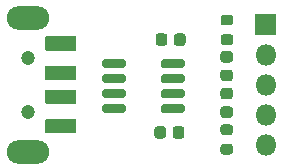
<source format=gbr>
%TF.GenerationSoftware,KiCad,Pcbnew,(5.1.10)-1*%
%TF.CreationDate,2021-10-08T00:02:28+08:00*%
%TF.ProjectId,Usb-ttl,5573622d-7474-46c2-9e6b-696361645f70,rev?*%
%TF.SameCoordinates,Original*%
%TF.FileFunction,Soldermask,Top*%
%TF.FilePolarity,Negative*%
%FSLAX46Y46*%
G04 Gerber Fmt 4.6, Leading zero omitted, Abs format (unit mm)*
G04 Created by KiCad (PCBNEW (5.1.10)-1) date 2021-10-08 00:02:28*
%MOMM*%
%LPD*%
G01*
G04 APERTURE LIST*
%ADD10O,1.800000X1.800000*%
%ADD11O,3.600000X2.000000*%
%ADD12C,1.200000*%
G04 APERTURE END LIST*
%TO.C,D2*%
G36*
G01*
X119981250Y-90112500D02*
X119418750Y-90112500D01*
G75*
G02*
X119175000Y-89868750I0J243750D01*
G01*
X119175000Y-89381250D01*
G75*
G02*
X119418750Y-89137500I243750J0D01*
G01*
X119981250Y-89137500D01*
G75*
G02*
X120225000Y-89381250I0J-243750D01*
G01*
X120225000Y-89868750D01*
G75*
G02*
X119981250Y-90112500I-243750J0D01*
G01*
G37*
G36*
G01*
X119981250Y-91687500D02*
X119418750Y-91687500D01*
G75*
G02*
X119175000Y-91443750I0J243750D01*
G01*
X119175000Y-90956250D01*
G75*
G02*
X119418750Y-90712500I243750J0D01*
G01*
X119981250Y-90712500D01*
G75*
G02*
X120225000Y-90956250I0J-243750D01*
G01*
X120225000Y-91443750D01*
G75*
G02*
X119981250Y-91687500I-243750J0D01*
G01*
G37*
%TD*%
%TO.C,D1*%
G36*
G01*
X119418750Y-92250000D02*
X119981250Y-92250000D01*
G75*
G02*
X120225000Y-92493750I0J-243750D01*
G01*
X120225000Y-92981250D01*
G75*
G02*
X119981250Y-93225000I-243750J0D01*
G01*
X119418750Y-93225000D01*
G75*
G02*
X119175000Y-92981250I0J243750D01*
G01*
X119175000Y-92493750D01*
G75*
G02*
X119418750Y-92250000I243750J0D01*
G01*
G37*
G36*
G01*
X119418750Y-93825000D02*
X119981250Y-93825000D01*
G75*
G02*
X120225000Y-94068750I0J-243750D01*
G01*
X120225000Y-94556250D01*
G75*
G02*
X119981250Y-94800000I-243750J0D01*
G01*
X119418750Y-94800000D01*
G75*
G02*
X119175000Y-94556250I0J243750D01*
G01*
X119175000Y-94068750D01*
G75*
G02*
X119418750Y-93825000I243750J0D01*
G01*
G37*
%TD*%
%TO.C,U1*%
G36*
G01*
X109150000Y-90370000D02*
X109150000Y-90020000D01*
G75*
G02*
X109325000Y-89845000I175000J0D01*
G01*
X111025000Y-89845000D01*
G75*
G02*
X111200000Y-90020000I0J-175000D01*
G01*
X111200000Y-90370000D01*
G75*
G02*
X111025000Y-90545000I-175000J0D01*
G01*
X109325000Y-90545000D01*
G75*
G02*
X109150000Y-90370000I0J175000D01*
G01*
G37*
G36*
G01*
X109150000Y-91640000D02*
X109150000Y-91290000D01*
G75*
G02*
X109325000Y-91115000I175000J0D01*
G01*
X111025000Y-91115000D01*
G75*
G02*
X111200000Y-91290000I0J-175000D01*
G01*
X111200000Y-91640000D01*
G75*
G02*
X111025000Y-91815000I-175000J0D01*
G01*
X109325000Y-91815000D01*
G75*
G02*
X109150000Y-91640000I0J175000D01*
G01*
G37*
G36*
G01*
X109150000Y-92910000D02*
X109150000Y-92560000D01*
G75*
G02*
X109325000Y-92385000I175000J0D01*
G01*
X111025000Y-92385000D01*
G75*
G02*
X111200000Y-92560000I0J-175000D01*
G01*
X111200000Y-92910000D01*
G75*
G02*
X111025000Y-93085000I-175000J0D01*
G01*
X109325000Y-93085000D01*
G75*
G02*
X109150000Y-92910000I0J175000D01*
G01*
G37*
G36*
G01*
X109150000Y-94180000D02*
X109150000Y-93830000D01*
G75*
G02*
X109325000Y-93655000I175000J0D01*
G01*
X111025000Y-93655000D01*
G75*
G02*
X111200000Y-93830000I0J-175000D01*
G01*
X111200000Y-94180000D01*
G75*
G02*
X111025000Y-94355000I-175000J0D01*
G01*
X109325000Y-94355000D01*
G75*
G02*
X109150000Y-94180000I0J175000D01*
G01*
G37*
G36*
G01*
X114100000Y-94180000D02*
X114100000Y-93830000D01*
G75*
G02*
X114275000Y-93655000I175000J0D01*
G01*
X115975000Y-93655000D01*
G75*
G02*
X116150000Y-93830000I0J-175000D01*
G01*
X116150000Y-94180000D01*
G75*
G02*
X115975000Y-94355000I-175000J0D01*
G01*
X114275000Y-94355000D01*
G75*
G02*
X114100000Y-94180000I0J175000D01*
G01*
G37*
G36*
G01*
X114100000Y-92910000D02*
X114100000Y-92560000D01*
G75*
G02*
X114275000Y-92385000I175000J0D01*
G01*
X115975000Y-92385000D01*
G75*
G02*
X116150000Y-92560000I0J-175000D01*
G01*
X116150000Y-92910000D01*
G75*
G02*
X115975000Y-93085000I-175000J0D01*
G01*
X114275000Y-93085000D01*
G75*
G02*
X114100000Y-92910000I0J175000D01*
G01*
G37*
G36*
G01*
X114100000Y-91640000D02*
X114100000Y-91290000D01*
G75*
G02*
X114275000Y-91115000I175000J0D01*
G01*
X115975000Y-91115000D01*
G75*
G02*
X116150000Y-91290000I0J-175000D01*
G01*
X116150000Y-91640000D01*
G75*
G02*
X115975000Y-91815000I-175000J0D01*
G01*
X114275000Y-91815000D01*
G75*
G02*
X114100000Y-91640000I0J175000D01*
G01*
G37*
G36*
G01*
X114100000Y-90370000D02*
X114100000Y-90020000D01*
G75*
G02*
X114275000Y-89845000I175000J0D01*
G01*
X115975000Y-89845000D01*
G75*
G02*
X116150000Y-90020000I0J-175000D01*
G01*
X116150000Y-90370000D01*
G75*
G02*
X115975000Y-90545000I-175000J0D01*
G01*
X114275000Y-90545000D01*
G75*
G02*
X114100000Y-90370000I0J175000D01*
G01*
G37*
%TD*%
%TO.C,R2*%
G36*
G01*
X119425000Y-87725000D02*
X120025000Y-87725000D01*
G75*
G02*
X120250000Y-87950000I0J-225000D01*
G01*
X120250000Y-88400000D01*
G75*
G02*
X120025000Y-88625000I-225000J0D01*
G01*
X119425000Y-88625000D01*
G75*
G02*
X119200000Y-88400000I0J225000D01*
G01*
X119200000Y-87950000D01*
G75*
G02*
X119425000Y-87725000I225000J0D01*
G01*
G37*
G36*
G01*
X119425000Y-86075000D02*
X120025000Y-86075000D01*
G75*
G02*
X120250000Y-86300000I0J-225000D01*
G01*
X120250000Y-86750000D01*
G75*
G02*
X120025000Y-86975000I-225000J0D01*
G01*
X119425000Y-86975000D01*
G75*
G02*
X119200000Y-86750000I0J225000D01*
G01*
X119200000Y-86300000D01*
G75*
G02*
X119425000Y-86075000I225000J0D01*
G01*
G37*
%TD*%
%TO.C,R1*%
G36*
G01*
X120000000Y-96250000D02*
X119400000Y-96250000D01*
G75*
G02*
X119175000Y-96025000I0J225000D01*
G01*
X119175000Y-95575000D01*
G75*
G02*
X119400000Y-95350000I225000J0D01*
G01*
X120000000Y-95350000D01*
G75*
G02*
X120225000Y-95575000I0J-225000D01*
G01*
X120225000Y-96025000D01*
G75*
G02*
X120000000Y-96250000I-225000J0D01*
G01*
G37*
G36*
G01*
X120000000Y-97900000D02*
X119400000Y-97900000D01*
G75*
G02*
X119175000Y-97675000I0J225000D01*
G01*
X119175000Y-97225000D01*
G75*
G02*
X119400000Y-97000000I225000J0D01*
G01*
X120000000Y-97000000D01*
G75*
G02*
X120225000Y-97225000I0J-225000D01*
G01*
X120225000Y-97675000D01*
G75*
G02*
X120000000Y-97900000I-225000J0D01*
G01*
G37*
%TD*%
D10*
%TO.C,J2*%
X123000000Y-97080000D03*
X123000000Y-94540000D03*
X123000000Y-92000000D03*
X123000000Y-89460000D03*
G36*
G01*
X122100000Y-87770000D02*
X122100000Y-86070000D01*
G75*
G02*
X122150000Y-86020000I50000J0D01*
G01*
X123850000Y-86020000D01*
G75*
G02*
X123900000Y-86070000I0J-50000D01*
G01*
X123900000Y-87770000D01*
G75*
G02*
X123850000Y-87820000I-50000J0D01*
G01*
X122150000Y-87820000D01*
G75*
G02*
X122100000Y-87770000I0J50000D01*
G01*
G37*
%TD*%
%TO.C,J1*%
G36*
G01*
X106950000Y-92450000D02*
X106950000Y-93550000D01*
G75*
G02*
X106900000Y-93600000I-50000J0D01*
G01*
X104400000Y-93600000D01*
G75*
G02*
X104350000Y-93550000I0J50000D01*
G01*
X104350000Y-92450000D01*
G75*
G02*
X104400000Y-92400000I50000J0D01*
G01*
X106900000Y-92400000D01*
G75*
G02*
X106950000Y-92450000I0J-50000D01*
G01*
G37*
G36*
G01*
X106950000Y-90450000D02*
X106950000Y-91550000D01*
G75*
G02*
X106900000Y-91600000I-50000J0D01*
G01*
X104400000Y-91600000D01*
G75*
G02*
X104350000Y-91550000I0J50000D01*
G01*
X104350000Y-90450000D01*
G75*
G02*
X104400000Y-90400000I50000J0D01*
G01*
X106900000Y-90400000D01*
G75*
G02*
X106950000Y-90450000I0J-50000D01*
G01*
G37*
G36*
G01*
X106950000Y-94950000D02*
X106950000Y-96050000D01*
G75*
G02*
X106900000Y-96100000I-50000J0D01*
G01*
X104400000Y-96100000D01*
G75*
G02*
X104350000Y-96050000I0J50000D01*
G01*
X104350000Y-94950000D01*
G75*
G02*
X104400000Y-94900000I50000J0D01*
G01*
X106900000Y-94900000D01*
G75*
G02*
X106950000Y-94950000I0J-50000D01*
G01*
G37*
G36*
G01*
X106950000Y-87950000D02*
X106950000Y-89050000D01*
G75*
G02*
X106900000Y-89100000I-50000J0D01*
G01*
X104400000Y-89100000D01*
G75*
G02*
X104350000Y-89050000I0J50000D01*
G01*
X104350000Y-87950000D01*
G75*
G02*
X104400000Y-87900000I50000J0D01*
G01*
X106900000Y-87900000D01*
G75*
G02*
X106950000Y-87950000I0J-50000D01*
G01*
G37*
D11*
X102900000Y-97700000D03*
X102900000Y-86300000D03*
D12*
X102900000Y-94300000D03*
X102900000Y-89700000D03*
%TD*%
%TO.C,C2*%
G36*
G01*
X114675000Y-87900000D02*
X114675000Y-88450000D01*
G75*
G02*
X114425000Y-88700000I-250000J0D01*
G01*
X113925000Y-88700000D01*
G75*
G02*
X113675000Y-88450000I0J250000D01*
G01*
X113675000Y-87900000D01*
G75*
G02*
X113925000Y-87650000I250000J0D01*
G01*
X114425000Y-87650000D01*
G75*
G02*
X114675000Y-87900000I0J-250000D01*
G01*
G37*
G36*
G01*
X116225000Y-87900000D02*
X116225000Y-88450000D01*
G75*
G02*
X115975000Y-88700000I-250000J0D01*
G01*
X115475000Y-88700000D01*
G75*
G02*
X115225000Y-88450000I0J250000D01*
G01*
X115225000Y-87900000D01*
G75*
G02*
X115475000Y-87650000I250000J0D01*
G01*
X115975000Y-87650000D01*
G75*
G02*
X116225000Y-87900000I0J-250000D01*
G01*
G37*
%TD*%
%TO.C,C1*%
G36*
G01*
X114575000Y-95750000D02*
X114575000Y-96300000D01*
G75*
G02*
X114325000Y-96550000I-250000J0D01*
G01*
X113825000Y-96550000D01*
G75*
G02*
X113575000Y-96300000I0J250000D01*
G01*
X113575000Y-95750000D01*
G75*
G02*
X113825000Y-95500000I250000J0D01*
G01*
X114325000Y-95500000D01*
G75*
G02*
X114575000Y-95750000I0J-250000D01*
G01*
G37*
G36*
G01*
X116125000Y-95750000D02*
X116125000Y-96300000D01*
G75*
G02*
X115875000Y-96550000I-250000J0D01*
G01*
X115375000Y-96550000D01*
G75*
G02*
X115125000Y-96300000I0J250000D01*
G01*
X115125000Y-95750000D01*
G75*
G02*
X115375000Y-95500000I250000J0D01*
G01*
X115875000Y-95500000D01*
G75*
G02*
X116125000Y-95750000I0J-250000D01*
G01*
G37*
%TD*%
M02*

</source>
